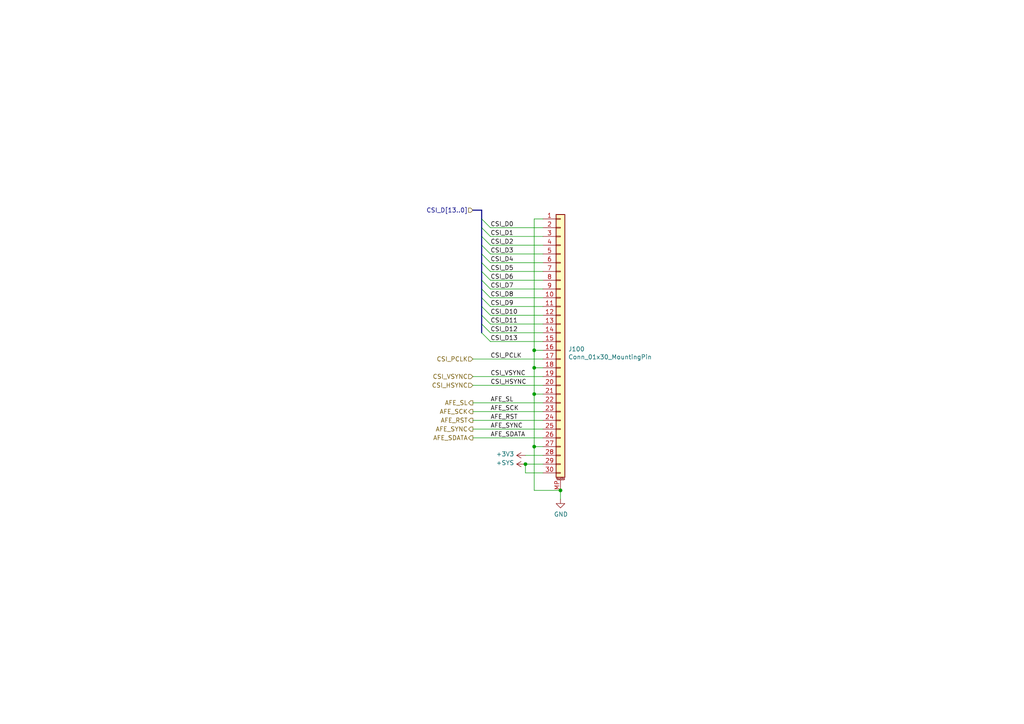
<source format=kicad_sch>
(kicad_sch (version 20210621) (generator eeschema)
  (paper "A4")
  (lib_symbols
    (symbol "Connector_Generic_MountingPin:Conn_01x30_MountingPin" (pin_names (offset 1.016) hide)
      (property "Reference" "J" (at 0 38.1 0))
      (property "Value" "Conn_01x30_MountingPin" (at 1.27 -40.64 0))
      (symbol "Conn_01x30_MountingPin_1_1"
        (rectangle (start -1.27 -37.973) (end 0 -38.227) (stroke (width 0.1524)))
        (rectangle (start -1.27 -35.433) (end 0 -35.687) (stroke (width 0.1524)))
        (rectangle (start -1.27 -32.893) (end 0 -33.147) (stroke (width 0.1524)))
        (rectangle (start -1.27 -30.353) (end 0 -30.607) (stroke (width 0.1524)))
        (rectangle (start -1.27 -27.813) (end 0 -28.067) (stroke (width 0.1524)))
        (rectangle (start -1.27 -25.273) (end 0 -25.527) (stroke (width 0.1524)))
        (rectangle (start -1.27 -22.733) (end 0 -22.987) (stroke (width 0.1524)))
        (rectangle (start -1.27 -20.193) (end 0 -20.447) (stroke (width 0.1524)))
        (rectangle (start -1.27 -17.653) (end 0 -17.907) (stroke (width 0.1524)))
        (rectangle (start -1.27 -15.113) (end 0 -15.367) (stroke (width 0.1524)))
        (rectangle (start -1.27 -12.573) (end 0 -12.827) (stroke (width 0.1524)))
        (rectangle (start -1.27 -10.033) (end 0 -10.287) (stroke (width 0.1524)))
        (rectangle (start -1.27 -7.493) (end 0 -7.747) (stroke (width 0.1524)))
        (rectangle (start -1.27 -4.953) (end 0 -5.207) (stroke (width 0.1524)))
        (rectangle (start -1.27 -2.413) (end 0 -2.667) (stroke (width 0.1524)))
        (rectangle (start -1.27 0.127) (end 0 -0.127) (stroke (width 0.1524)))
        (rectangle (start -1.27 2.667) (end 0 2.413) (stroke (width 0.1524)))
        (rectangle (start -1.27 5.207) (end 0 4.953) (stroke (width 0.1524)))
        (rectangle (start -1.27 7.747) (end 0 7.493) (stroke (width 0.1524)))
        (rectangle (start -1.27 10.287) (end 0 10.033) (stroke (width 0.1524)))
        (rectangle (start -1.27 12.827) (end 0 12.573) (stroke (width 0.1524)))
        (rectangle (start -1.27 15.367) (end 0 15.113) (stroke (width 0.1524)))
        (rectangle (start -1.27 17.907) (end 0 17.653) (stroke (width 0.1524)))
        (rectangle (start -1.27 20.447) (end 0 20.193) (stroke (width 0.1524)))
        (rectangle (start -1.27 22.987) (end 0 22.733) (stroke (width 0.1524)))
        (rectangle (start -1.27 25.527) (end 0 25.273) (stroke (width 0.1524)))
        (rectangle (start -1.27 28.067) (end 0 27.813) (stroke (width 0.1524)))
        (rectangle (start -1.27 30.607) (end 0 30.353) (stroke (width 0.1524)))
        (rectangle (start -1.27 33.147) (end 0 32.893) (stroke (width 0.1524)))
        (rectangle (start -1.27 35.687) (end 0 35.433) (stroke (width 0.1524)))
        (rectangle (start -1.27 36.83) (end 1.27 -39.37) (stroke (width 0.254)) (fill (type background)))
        (polyline (pts (xy -1.016 -40.132) (xy 1.016 -40.132)) (stroke (width 0.1524)))
        (text "Mounting" (at 0 -39.751 0) (effects (font (size 0.381 0.381))))
        (pin passive line (at -5.08 35.56 0) (length 3.81) (name "Pin_1") (number "1"))
        (pin passive line (at -5.08 12.7 0) (length 3.81) (name "Pin_10") (number "10"))
        (pin passive line (at -5.08 10.16 0) (length 3.81) (name "Pin_11") (number "11"))
        (pin passive line (at -5.08 7.62 0) (length 3.81) (name "Pin_12") (number "12"))
        (pin passive line (at -5.08 5.08 0) (length 3.81) (name "Pin_13") (number "13"))
        (pin passive line (at -5.08 2.54 0) (length 3.81) (name "Pin_14") (number "14"))
        (pin passive line (at -5.08 0 0) (length 3.81) (name "Pin_15") (number "15"))
        (pin passive line (at -5.08 -2.54 0) (length 3.81) (name "Pin_16") (number "16"))
        (pin passive line (at -5.08 -5.08 0) (length 3.81) (name "Pin_17") (number "17"))
        (pin passive line (at -5.08 -7.62 0) (length 3.81) (name "Pin_18") (number "18"))
        (pin passive line (at -5.08 -10.16 0) (length 3.81) (name "Pin_19") (number "19"))
        (pin passive line (at -5.08 33.02 0) (length 3.81) (name "Pin_2") (number "2"))
        (pin passive line (at -5.08 -12.7 0) (length 3.81) (name "Pin_20") (number "20"))
        (pin passive line (at -5.08 -15.24 0) (length 3.81) (name "Pin_21") (number "21"))
        (pin passive line (at -5.08 -17.78 0) (length 3.81) (name "Pin_22") (number "22"))
        (pin passive line (at -5.08 -20.32 0) (length 3.81) (name "Pin_23") (number "23"))
        (pin passive line (at -5.08 -22.86 0) (length 3.81) (name "Pin_24") (number "24"))
        (pin passive line (at -5.08 -25.4 0) (length 3.81) (name "Pin_25") (number "25"))
        (pin passive line (at -5.08 -27.94 0) (length 3.81) (name "Pin_26") (number "26"))
        (pin passive line (at -5.08 -30.48 0) (length 3.81) (name "Pin_27") (number "27"))
        (pin passive line (at -5.08 -33.02 0) (length 3.81) (name "Pin_28") (number "28"))
        (pin passive line (at -5.08 -35.56 0) (length 3.81) (name "Pin_29") (number "29"))
        (pin passive line (at -5.08 30.48 0) (length 3.81) (name "Pin_3") (number "3"))
        (pin passive line (at -5.08 -38.1 0) (length 3.81) (name "Pin_30") (number "30"))
        (pin passive line (at -5.08 27.94 0) (length 3.81) (name "Pin_4") (number "4"))
        (pin passive line (at -5.08 25.4 0) (length 3.81) (name "Pin_5") (number "5"))
        (pin passive line (at -5.08 22.86 0) (length 3.81) (name "Pin_6") (number "6"))
        (pin passive line (at -5.08 20.32 0) (length 3.81) (name "Pin_7") (number "7"))
        (pin passive line (at -5.08 17.78 0) (length 3.81) (name "Pin_8") (number "8"))
        (pin passive line (at -5.08 15.24 0) (length 3.81) (name "Pin_9") (number "9"))
        (pin passive line (at 0 -43.18 90) (length 3.048) (name "MountPin") (number "MP"))
      )
    )
    (symbol "Sitina:+SYS" (power) (pin_names (offset 0))
      (property "Value" "+SYS" (at 0 3.556 0))
      (symbol "+SYS_0_1"
        (polyline (pts (xy -0.762 1.27) (xy 0 2.54)))
        (polyline (pts (xy 0 0) (xy 0 2.54)))
        (polyline (pts (xy 0 2.54) (xy 0.762 1.27)))
      )
      (symbol "+SYS_1_1"
        (pin power_in line (at 0 0 90) (length 0) hide (name "+SYS") (number "1"))
      )
    )
    (symbol "power:+3V3" (power) (pin_names (offset 0))
      (property "Value" "+3V3" (at 0 3.556 0))
      (symbol "+3V3_0_1"
        (polyline (pts (xy -0.762 1.27) (xy 0 2.54)))
        (polyline (pts (xy 0 0) (xy 0 2.54)))
        (polyline (pts (xy 0 2.54) (xy 0.762 1.27)))
      )
      (symbol "+3V3_1_1"
        (pin power_in line (at 0 0 90) (length 0) hide (name "+3V3") (number "1"))
      )
    )
    (symbol "power:GND" (power) (pin_names (offset 0))
      (property "Value" "GND" (at 0 -3.81 0))
      (symbol "GND_0_1"
        (polyline (pts (xy 0 0) (xy 0 -1.27) (xy 1.27 -1.27) (xy 0 -2.54) (xy -1.27 -1.27) (xy 0 -1.27)))
      )
      (symbol "GND_1_1"
        (pin power_in line (at 0 0 270) (length 0) hide (name "GND") (number "1"))
      )
    )
  )
  (junction (at 154.94 106.68) (diameter 0.9144))
  (junction (at 154.94 101.6) (diameter 0.9144))
  (junction (at 152.4 134.62) (diameter 0.9144))
  (junction (at 154.94 129.54) (diameter 0.9144))
  (junction (at 162.56 142.24) (diameter 0.9144))
  (junction (at 154.94 114.3) (diameter 0.9144))
  (bus_entry (at 139.7 86.36) (size 2.54 2.54) (stroke (width 0.1524)))
  (bus_entry (at 139.7 88.9) (size 2.54 2.54) (stroke (width 0.1524)))
  (bus_entry (at 139.7 81.28) (size 2.54 2.54) (stroke (width 0.1524)))
  (bus_entry (at 139.7 83.82) (size 2.54 2.54) (stroke (width 0.1524)))
  (bus_entry (at 139.7 71.12) (size 2.54 2.54) (stroke (width 0.1524)))
  (bus_entry (at 139.7 78.74) (size 2.54 2.54) (stroke (width 0.1524)))
  (bus_entry (at 139.7 68.58) (size 2.54 2.54) (stroke (width 0.1524)))
  (bus_entry (at 139.7 93.98) (size 2.54 2.54) (stroke (width 0.1524)))
  (bus_entry (at 139.7 66.04) (size 2.54 2.54) (stroke (width 0.1524)))
  (bus_entry (at 139.7 63.5) (size 2.54 2.54) (stroke (width 0.1524)))
  (bus_entry (at 139.7 73.66) (size 2.54 2.54) (stroke (width 0.1524)))
  (bus_entry (at 139.7 91.44) (size 2.54 2.54) (stroke (width 0.1524)))
  (bus_entry (at 139.7 76.2) (size 2.54 2.54) (stroke (width 0.1524)))
  (bus_entry (at 139.7 96.52) (size 2.54 2.54) (stroke (width 0.1524)))
  (bus (pts (xy 139.7 93.98) (xy 139.7 96.52)))
  (bus (pts (xy 139.7 86.36) (xy 139.7 88.9)))
  (bus (pts (xy 139.7 88.9) (xy 139.7 91.44)))
  (bus (pts (xy 139.7 91.44) (xy 139.7 93.98)))
  (bus (pts (xy 139.7 76.2) (xy 139.7 78.74)))
  (bus (pts (xy 139.7 78.74) (xy 139.7 81.28)))
  (bus (pts (xy 139.7 73.66) (xy 139.7 76.2)))
  (bus (pts (xy 139.7 68.58) (xy 139.7 71.12)))
  (bus (pts (xy 139.7 71.12) (xy 139.7 73.66)))
  (bus (pts (xy 139.7 60.96) (xy 139.7 63.5)))
  (bus (pts (xy 139.7 63.5) (xy 139.7 66.04)))
  (bus (pts (xy 139.7 66.04) (xy 139.7 68.58)))
  (bus (pts (xy 139.7 81.28) (xy 139.7 83.82)))
  (bus (pts (xy 139.7 83.82) (xy 139.7 86.36)))
  (wire (pts (xy 142.24 93.98) (xy 157.48 93.98)))
  (wire (pts (xy 157.48 63.5) (xy 154.94 63.5)))
  (wire (pts (xy 154.94 129.54) (xy 154.94 142.24)))
  (wire (pts (xy 142.24 76.2) (xy 157.48 76.2)))
  (wire (pts (xy 137.16 124.46) (xy 157.48 124.46)))
  (wire (pts (xy 154.94 63.5) (xy 154.94 101.6)))
  (wire (pts (xy 142.24 68.58) (xy 157.48 68.58)))
  (bus (pts (xy 139.7 60.96) (xy 137.16 60.96)))
  (wire (pts (xy 157.48 129.54) (xy 154.94 129.54)))
  (wire (pts (xy 157.48 114.3) (xy 154.94 114.3)))
  (wire (pts (xy 137.16 111.76) (xy 157.48 111.76)))
  (wire (pts (xy 157.48 106.68) (xy 154.94 106.68)))
  (wire (pts (xy 142.24 83.82) (xy 157.48 83.82)))
  (wire (pts (xy 137.16 121.92) (xy 157.48 121.92)))
  (wire (pts (xy 142.24 91.44) (xy 157.48 91.44)))
  (wire (pts (xy 152.4 132.08) (xy 157.48 132.08)))
  (wire (pts (xy 137.16 119.38) (xy 157.48 119.38)))
  (wire (pts (xy 154.94 114.3) (xy 154.94 129.54)))
  (wire (pts (xy 142.24 81.28) (xy 157.48 81.28)))
  (wire (pts (xy 137.16 127) (xy 157.48 127)))
  (wire (pts (xy 142.24 71.12) (xy 157.48 71.12)))
  (wire (pts (xy 137.16 109.22) (xy 157.48 109.22)))
  (wire (pts (xy 152.4 137.16) (xy 152.4 134.62)))
  (wire (pts (xy 162.56 144.78) (xy 162.56 142.24)))
  (wire (pts (xy 154.94 114.3) (xy 154.94 106.68)))
  (wire (pts (xy 142.24 96.52) (xy 157.48 96.52)))
  (wire (pts (xy 152.4 134.62) (xy 157.48 134.62)))
  (wire (pts (xy 142.24 78.74) (xy 157.48 78.74)))
  (wire (pts (xy 142.24 88.9) (xy 157.48 88.9)))
  (wire (pts (xy 142.24 66.04) (xy 157.48 66.04)))
  (wire (pts (xy 157.48 101.6) (xy 154.94 101.6)))
  (wire (pts (xy 142.24 86.36) (xy 157.48 86.36)))
  (wire (pts (xy 137.16 116.84) (xy 157.48 116.84)))
  (wire (pts (xy 157.48 137.16) (xy 152.4 137.16)))
  (wire (pts (xy 154.94 142.24) (xy 162.56 142.24)))
  (wire (pts (xy 137.16 104.14) (xy 157.48 104.14)))
  (wire (pts (xy 142.24 73.66) (xy 157.48 73.66)))
  (wire (pts (xy 142.24 99.06) (xy 157.48 99.06)))
  (wire (pts (xy 154.94 106.68) (xy 154.94 101.6)))
  (label "CSI_D4" (at 142.24 76.2 0))
  (label "CSI_D13" (at 142.24 99.06 0))
  (label "CSI_D11" (at 142.24 93.98 0))
  (label "CSI_D12" (at 142.24 96.52 0))
  (label "CSI_D0" (at 142.24 66.04 0))
  (label "CSI_D6" (at 142.24 81.28 0))
  (label "CSI_D10" (at 142.24 91.44 0))
  (label "CSI_D2" (at 142.24 71.12 0))
  (label "CSI_HSYNC" (at 142.24 111.76 0))
  (label "AFE_SCK" (at 142.24 119.38 0))
  (label "CSI_D9" (at 142.24 88.9 0))
  (label "AFE_SYNC" (at 142.24 124.46 0))
  (label "AFE_SDATA" (at 142.24 127 0))
  (label "CSI_D3" (at 142.24 73.66 0))
  (label "CSI_D1" (at 142.24 68.58 0))
  (label "CSI_PCLK" (at 142.24 104.14 0))
  (label "CSI_VSYNC" (at 142.24 109.22 0))
  (label "AFE_RST" (at 142.24 121.92 0))
  (label "CSI_D8" (at 142.24 86.36 0))
  (label "AFE_SL" (at 142.24 116.84 0))
  (label "CSI_D5" (at 142.24 78.74 0))
  (label "CSI_D7" (at 142.24 83.82 0))
  (hierarchical_label "AFE_SL" (shape output) (at 137.16 116.84 180))
  (hierarchical_label "AFE_SDATA" (shape output) (at 137.16 127 180))
  (hierarchical_label "AFE_SCK" (shape output) (at 137.16 119.38 180))
  (hierarchical_label "CSI_HSYNC" (shape input) (at 137.16 111.76 180))
  (hierarchical_label "AFE_RST" (shape output) (at 137.16 121.92 180))
  (hierarchical_label "CSI_D[13..0]" (shape input) (at 137.16 60.96 180))
  (hierarchical_label "CSI_PCLK" (shape input) (at 137.16 104.14 180))
  (hierarchical_label "AFE_SYNC" (shape output) (at 137.16 124.46 180))
  (hierarchical_label "CSI_VSYNC" (shape input) (at 137.16 109.22 180))
  (symbol (lib_id "Connector_Generic_MountingPin:Conn_01x30_MountingPin") (at 162.56 99.06 0) (unit 1)
    (property "Reference" "J100" (at 164.7952 101.2444 0) (effects (justify left)))
    (property "Value" "Conn_01x30_MountingPin" (at 164.7952 103.5558 0) (effects (justify left)))
    (property "Footprint" "Connector_FFC-FPC:TE_3-84952-0_1x30-1MP_P1.0mm_Horizontal" (effects hide))
  )
  (symbol (lib_id "power:+3V3") (at 152.4 132.08 90) (unit 1)
    (property "Reference" "#PWR0101" (effects hide))
    (property "Value" "+3V3" (at 149.1488 131.699 90) (effects (justify left)))
  )
  (symbol (lib_id "Sitina:+SYS") (at 152.4 134.62 90) (unit 1)
    (property "Reference" "#PWR0102" (effects hide))
    (property "Value" "+SYS" (at 149.1488 134.239 90) (effects (justify left)))
  )
  (symbol (lib_id "power:GND") (at 162.56 144.78 0) (unit 1)
    (property "Reference" "#PWR0103" (effects hide))
    (property "Value" "GND" (at 162.687 149.1742 0))
  )
)
</source>
